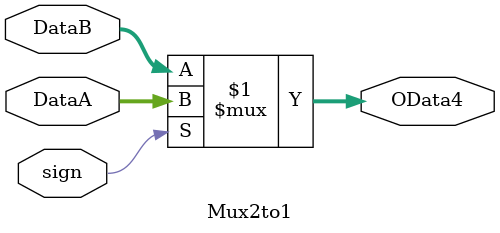
<source format=v>
module Mux2to1(
    // 输入信号
    input [31:0] DataA,  // 32 位输入信号 A
    input [31:0] DataB,  // 32 位输入信号 B
    input sign,           // 选择信号（1 或 0）

    // 输出信号
    output wire [31:0] OData4  // 32 位输出信号
);

// 根据选择信号 sign 选择输出数据
// 如果 sign 为 1，则输出 DataA；否则输出 DataB
assign OData4 = sign ? DataA : DataB;

endmodule

</source>
